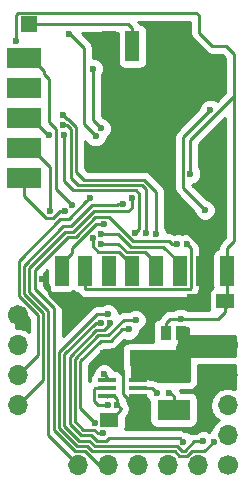
<source format=gbl>
G04 #@! TF.FileFunction,Copper,L2,Bot,Signal*
%FSLAX46Y46*%
G04 Gerber Fmt 4.6, Leading zero omitted, Abs format (unit mm)*
G04 Created by KiCad (PCBNEW 4.0.2-stable) date 01.06.2017 12:53:20*
%MOMM*%
G01*
G04 APERTURE LIST*
%ADD10C,0.100000*%
%ADD11R,1.200000X2.524000*%
%ADD12C,1.700000*%
%ADD13O,1.700000X1.700000*%
%ADD14R,3.000000X1.700000*%
%ADD15R,1.500000X1.250000*%
%ADD16R,1.350000X1.350000*%
%ADD17R,1.500000X0.400000*%
%ADD18R,2.794000X1.778000*%
%ADD19R,0.970000X1.270000*%
%ADD20C,0.600000*%
%ADD21C,0.250000*%
%ADD22C,0.254000*%
G04 APERTURE END LIST*
D10*
D11*
X188610000Y-107282000D03*
X186610000Y-107282000D03*
X184610000Y-107282000D03*
X182610000Y-107282000D03*
X180610000Y-107282000D03*
X178610000Y-107282000D03*
X176610000Y-107282000D03*
X174610000Y-107282000D03*
X180610000Y-88282000D03*
X182610000Y-88282000D03*
X178610000Y-88282000D03*
D12*
X170878500Y-111061500D03*
D13*
X170878500Y-113601500D03*
X170878500Y-116141500D03*
X170878500Y-118681500D03*
D14*
X171410500Y-99441000D03*
X171410500Y-94361000D03*
X171410500Y-89281000D03*
X171386500Y-96901000D03*
X171386500Y-91821000D03*
D12*
X188658500Y-113601500D03*
D13*
X188658500Y-116141500D03*
X188658500Y-118681500D03*
X188658500Y-121221500D03*
D12*
X188722000Y-123761500D03*
D13*
X186182000Y-123761500D03*
X183642000Y-123761500D03*
X181102000Y-123761500D03*
X178562000Y-123761500D03*
X176022000Y-123761500D03*
D15*
X188448000Y-109880400D03*
X185948000Y-109880400D03*
D16*
X171831000Y-86423500D03*
D15*
X178645500Y-119888000D03*
X181145500Y-119888000D03*
X181145500Y-114617500D03*
X178645500Y-114617500D03*
D17*
X181098500Y-116571000D03*
X181098500Y-117221000D03*
X181098500Y-117871000D03*
X178438500Y-117871000D03*
X178438500Y-117221000D03*
X178438500Y-116571000D03*
D18*
X184086500Y-115506500D03*
X184086500Y-119062500D03*
D19*
X184726500Y-112585500D03*
X183446500Y-112585500D03*
D20*
X185503500Y-99060000D03*
X170713400Y-87807800D03*
X179311211Y-118643793D03*
X184681349Y-111336643D03*
X182651400Y-117602000D03*
X172948600Y-108026200D03*
X175031400Y-111556800D03*
X184463620Y-103700969D03*
X182610000Y-88282000D03*
X187202444Y-93650444D03*
X186740800Y-102133400D03*
X177952400Y-95224600D03*
X177266600Y-90170000D03*
X177495200Y-95910400D03*
X175242000Y-87249000D03*
X178173279Y-103360831D03*
X185262592Y-105047466D03*
X175477635Y-101692255D03*
X177964335Y-104182336D03*
X174911941Y-102257948D03*
X177225415Y-104509118D03*
X173609000Y-102235000D03*
X177935643Y-104981834D03*
X174794569Y-95783400D03*
X180843167Y-104079582D03*
X173542780Y-95782303D03*
X181761665Y-104093553D03*
X174752000Y-94970600D03*
X174736032Y-94102935D03*
X182606384Y-104137402D03*
X186613800Y-121742200D03*
X177933614Y-111684448D03*
X187477400Y-121767600D03*
X178521116Y-110944877D03*
X184912000Y-121772168D03*
X178737651Y-111715027D03*
X184378600Y-105029000D03*
X178079916Y-121047472D03*
X180888280Y-111444384D03*
X177395488Y-120134999D03*
X180304297Y-112259829D03*
X180568582Y-101093042D03*
X181111980Y-114637258D03*
X178206400Y-116052600D03*
X183733480Y-117602000D03*
X178511200Y-118643400D03*
X179807225Y-101635380D03*
X177012600Y-101093042D03*
D21*
X189230000Y-88976200D02*
X189230000Y-92506800D01*
X189230000Y-92506800D02*
X189230000Y-94284800D01*
X185503500Y-99060000D02*
X185503500Y-96233300D01*
X185503500Y-96233300D02*
X189230000Y-92506800D01*
X189230000Y-95061738D02*
X189230000Y-94640400D01*
X189230000Y-94640400D02*
X189230000Y-94284800D01*
X189230000Y-94665800D02*
X189230000Y-94640400D01*
X185503500Y-99060000D02*
X185503500Y-98392300D01*
X189230000Y-94284800D02*
X189230000Y-97586800D01*
X184681349Y-111336643D02*
X187866757Y-111336643D01*
X187866757Y-111336643D02*
X188448000Y-110755400D01*
X188448000Y-110755400D02*
X188448000Y-109880400D01*
X170713400Y-87807800D02*
X170713400Y-85648800D01*
X188518800Y-88265000D02*
X189230000Y-88976200D01*
X170713400Y-85648800D02*
X170938701Y-85423499D01*
X170938701Y-85423499D02*
X186007499Y-85423499D01*
X186007499Y-85423499D02*
X186258200Y-85674200D01*
X186258200Y-85674200D02*
X186258200Y-87147400D01*
X186258200Y-87147400D02*
X187375800Y-88265000D01*
X187375800Y-88265000D02*
X188518800Y-88265000D01*
X189230000Y-97586800D02*
X189230000Y-98729800D01*
X189230000Y-98526600D02*
X189230000Y-98729800D01*
X189230000Y-98729800D02*
X189230000Y-104749600D01*
X179059600Y-117871000D02*
X179311211Y-118122611D01*
X179311211Y-118122611D02*
X179311211Y-118643793D01*
X178438500Y-117871000D02*
X179059600Y-117871000D01*
X179611210Y-118943792D02*
X179311211Y-118643793D01*
X179645500Y-118978082D02*
X179611210Y-118943792D01*
X179645500Y-119013000D02*
X179645500Y-118978082D01*
X178645500Y-119888000D02*
X178770500Y-119888000D01*
X178770500Y-119888000D02*
X179645500Y-119013000D01*
X189230000Y-104749600D02*
X188610000Y-105369600D01*
X188610000Y-105369600D02*
X188610000Y-107282000D01*
X185105613Y-111336643D02*
X184681349Y-111336643D01*
X188610000Y-107282000D02*
X188610000Y-110358604D01*
X178645500Y-119888000D02*
X178950591Y-119582909D01*
X178438500Y-117871000D02*
X178438500Y-117957761D01*
X183810357Y-111336643D02*
X184257085Y-111336643D01*
X183446500Y-111700500D02*
X183810357Y-111336643D01*
X183446500Y-112585500D02*
X183446500Y-111700500D01*
X184257085Y-111336643D02*
X184681349Y-111336643D01*
X183413400Y-112618600D02*
X183446500Y-112585500D01*
X181098500Y-117221000D02*
X182270400Y-117221000D01*
X182270400Y-117221000D02*
X182651400Y-117602000D01*
X173507400Y-108585000D02*
X172948600Y-108026200D01*
X173507400Y-109220000D02*
X173507400Y-108585000D01*
X173507400Y-109220000D02*
X175031400Y-110744000D01*
X175031400Y-110744000D02*
X175031400Y-111556800D01*
X185948000Y-109880400D02*
X186073000Y-109880400D01*
X178770500Y-114617500D02*
X178645500Y-114617500D01*
X179832000Y-115679000D02*
X178770500Y-114617500D01*
X179832000Y-117699500D02*
X179832000Y-115679000D01*
X181145500Y-119013000D02*
X179832000Y-117699500D01*
X181145500Y-119888000D02*
X181145500Y-119013000D01*
X184887884Y-103700969D02*
X184463620Y-103700969D01*
X186610000Y-107282000D02*
X186610000Y-105423085D01*
X186610000Y-105423085D02*
X184887884Y-103700969D01*
X181098500Y-117871000D02*
X181098500Y-119841000D01*
X181098500Y-119841000D02*
X181145500Y-119888000D01*
X178645500Y-114617500D02*
X178520500Y-114617500D01*
X186902445Y-93950443D02*
X187202444Y-93650444D01*
X184878498Y-95974390D02*
X186902445Y-93950443D01*
X184878498Y-100271098D02*
X184878498Y-95974390D01*
X186740800Y-102133400D02*
X184878498Y-100271098D01*
X177266600Y-90170000D02*
X177266600Y-94538800D01*
X177266600Y-94538800D02*
X177952400Y-95224600D01*
X176479200Y-94894400D02*
X177495200Y-95910400D01*
X175336200Y-87249000D02*
X176479200Y-88392000D01*
X176479200Y-88392000D02*
X176479200Y-94894400D01*
X175242000Y-87249000D02*
X175336200Y-87249000D01*
X175460000Y-105770000D02*
X175460000Y-105390621D01*
X174610000Y-106620000D02*
X175460000Y-105770000D01*
X175460000Y-105390621D02*
X177489790Y-103360831D01*
X177749015Y-103360831D02*
X178173279Y-103360831D01*
X174610000Y-107282000D02*
X174610000Y-106620000D01*
X177489790Y-103360831D02*
X177749015Y-103360831D01*
X185262592Y-105047466D02*
X185562591Y-105347465D01*
X185562591Y-105347465D02*
X185562591Y-108776411D01*
X185562591Y-108776411D02*
X185470001Y-108869001D01*
X185470001Y-108869001D02*
X176685001Y-108869001D01*
X176685001Y-108869001D02*
X176610000Y-108794000D01*
X176610000Y-108794000D02*
X176610000Y-107282000D01*
X180610000Y-88282000D02*
X180610000Y-86770000D01*
X180610000Y-86770000D02*
X180263500Y-86423500D01*
X180263500Y-86423500D02*
X172756000Y-86423500D01*
X172756000Y-86423500D02*
X171831000Y-86423500D01*
X184610000Y-106620000D02*
X183234988Y-105244988D01*
X183234988Y-105244988D02*
X180481198Y-105244988D01*
X184610000Y-107282000D02*
X184610000Y-106620000D01*
X179418546Y-104182336D02*
X178388599Y-104182336D01*
X178388599Y-104182336D02*
X177964335Y-104182336D01*
X180481198Y-105244988D02*
X179418546Y-104182336D01*
X172060500Y-89281000D02*
X173160500Y-90381000D01*
X173160500Y-90659997D02*
X173556329Y-91055826D01*
X173556329Y-94699931D02*
X174167800Y-95311402D01*
X175177636Y-101392256D02*
X175477635Y-101692255D01*
X174167800Y-100382420D02*
X175177636Y-101392256D01*
X173556329Y-91055826D02*
X173556329Y-94699931D01*
X173160500Y-90381000D02*
X173160500Y-90659997D01*
X171410500Y-89281000D02*
X172060500Y-89281000D01*
X174167800Y-95311402D02*
X174167800Y-100382420D01*
X177225415Y-104933382D02*
X177225415Y-104509118D01*
X177225415Y-105213030D02*
X177225415Y-104933382D01*
X177707384Y-105694999D02*
X177225415Y-105213030D01*
X179470002Y-105694999D02*
X177707384Y-105694999D01*
X180610000Y-106834997D02*
X179470002Y-105694999D01*
X180610000Y-107282000D02*
X180610000Y-106834997D01*
X174487677Y-102257948D02*
X174911941Y-102257948D01*
X173885623Y-102860002D02*
X174487677Y-102257948D01*
X173308998Y-102860002D02*
X173885623Y-102860002D01*
X171410500Y-100961504D02*
X173308998Y-102860002D01*
X171410500Y-99441000D02*
X171410500Y-100961504D01*
X182610000Y-107282000D02*
X182610000Y-106620000D01*
X179393247Y-104981834D02*
X177935643Y-104981834D01*
X182610000Y-106620000D02*
X181684999Y-105694999D01*
X181684999Y-105694999D02*
X180106412Y-105694999D01*
X180106412Y-105694999D02*
X179393247Y-104981834D01*
X173611785Y-101622615D02*
X173611785Y-102232215D01*
X173611785Y-102232215D02*
X173609000Y-102235000D01*
X173611785Y-98476285D02*
X173611785Y-101622615D01*
X172036500Y-96901000D02*
X173611785Y-98476285D01*
X171386500Y-96901000D02*
X172036500Y-96901000D01*
X174794569Y-95783400D02*
X174794569Y-99695000D01*
X174794569Y-99695000D02*
X174817178Y-99695000D01*
X174817178Y-99695000D02*
X175590200Y-100468022D01*
X175590200Y-100468022D02*
X180876886Y-100468022D01*
X180876886Y-100468022D02*
X181193602Y-100784738D01*
X181193602Y-100784738D02*
X181193602Y-103729147D01*
X181193602Y-103729147D02*
X180843167Y-104079582D01*
X173481803Y-95782303D02*
X173542780Y-95782303D01*
X172060500Y-94361000D02*
X173481803Y-95782303D01*
X171410500Y-94361000D02*
X172060500Y-94361000D01*
X181761665Y-100405465D02*
X181761665Y-103669289D01*
X175962600Y-100018011D02*
X181374211Y-100018011D01*
X175419589Y-99475000D02*
X175962600Y-100018011D01*
X175419589Y-95283999D02*
X175419589Y-99475000D01*
X181374211Y-100018011D02*
X181761665Y-100405465D01*
X175106190Y-94970600D02*
X175419589Y-95283999D01*
X181761665Y-103669289D02*
X181761665Y-104093553D01*
X174752000Y-94970600D02*
X175106190Y-94970600D01*
X182606384Y-100591195D02*
X181583189Y-99568000D01*
X175869600Y-98933000D02*
X175869600Y-95097600D01*
X182606384Y-104137402D02*
X182606384Y-100591195D01*
X175174934Y-94402934D02*
X175036031Y-94402934D01*
X175036031Y-94402934D02*
X174736032Y-94102935D01*
X181583189Y-99568000D02*
X176504600Y-99568000D01*
X175869600Y-95097600D02*
X175174934Y-94402934D01*
X176504600Y-99568000D02*
X175869600Y-98933000D01*
X186189536Y-121742200D02*
X186613800Y-121742200D01*
X185825888Y-121742200D02*
X186189536Y-121742200D01*
X185048486Y-122519602D02*
X185825888Y-121742200D01*
X184392401Y-122136488D02*
X184775514Y-122519602D01*
X184775514Y-122519602D02*
X185048486Y-122519602D01*
X177411119Y-122136488D02*
X184392401Y-122136488D01*
X176086580Y-121660023D02*
X176934656Y-121660024D01*
X174843055Y-120416498D02*
X176086580Y-121660023D01*
X176934656Y-121660024D02*
X177411119Y-122136488D01*
X174843055Y-114363362D02*
X174843055Y-120416498D01*
X177521969Y-111684448D02*
X174843055Y-114363362D01*
X177933614Y-111684448D02*
X177521969Y-111684448D01*
X186693305Y-122586499D02*
X186693305Y-122551695D01*
X186693305Y-122551695D02*
X187477400Y-121767600D01*
X185617999Y-122586499D02*
X186693305Y-122586499D01*
X177625129Y-110944877D02*
X174393044Y-114176962D01*
X176748255Y-122110034D02*
X177224719Y-122586499D01*
X177224719Y-122586499D02*
X184206001Y-122586499D01*
X175900180Y-122110034D02*
X176748255Y-122110034D01*
X184206001Y-122586499D02*
X184589115Y-122969613D01*
X184589115Y-122969613D02*
X185234885Y-122969613D01*
X185234885Y-122969613D02*
X185617999Y-122586499D01*
X174393044Y-120602898D02*
X175900180Y-122110034D01*
X174393044Y-114176962D02*
X174393044Y-120602898D01*
X178521116Y-110944877D02*
X177625129Y-110944877D01*
X184612001Y-121472169D02*
X184912000Y-121772168D01*
X177583515Y-121672473D02*
X178380564Y-121672473D01*
X177121054Y-121210012D02*
X177583515Y-121672473D01*
X176272980Y-121210012D02*
X177121054Y-121210012D01*
X175293066Y-120230098D02*
X176272980Y-121210012D01*
X175293066Y-114549762D02*
X175293066Y-120230098D01*
X178737651Y-111715027D02*
X178737651Y-111776590D01*
X178380564Y-121672473D02*
X178580868Y-121472169D01*
X177532961Y-112309867D02*
X175293066Y-114549762D01*
X178737651Y-111776590D02*
X178204374Y-112309867D01*
X178580868Y-121472169D02*
X184612001Y-121472169D01*
X178204374Y-112309867D02*
X177532961Y-112309867D01*
X183714242Y-104788906D02*
X180661527Y-104788906D01*
X175793788Y-104420424D02*
X175120002Y-104420424D01*
X173943033Y-110477799D02*
X173943033Y-120789298D01*
X176561855Y-122560045D02*
X177763310Y-123761500D01*
X177763310Y-123761500D02*
X178562000Y-123761500D01*
X173943033Y-120789298D02*
X175713780Y-122560045D01*
X183954336Y-105029000D02*
X183714242Y-104788906D01*
X175120002Y-104420424D02*
X172323598Y-107216828D01*
X172323598Y-107216828D02*
X172323598Y-108858364D01*
X184378600Y-105029000D02*
X183954336Y-105029000D01*
X177478400Y-102735811D02*
X175793788Y-104420424D01*
X180661527Y-104788906D02*
X178608432Y-102735811D01*
X175713780Y-122560045D02*
X176561855Y-122560045D01*
X172323598Y-108858364D02*
X173943033Y-110477799D01*
X178608432Y-102735811D02*
X177478400Y-102735811D01*
X177368181Y-120760001D02*
X177655652Y-121047472D01*
X177655652Y-121047472D02*
X178079916Y-121047472D01*
X175743077Y-114736161D02*
X175743077Y-120043698D01*
X177719360Y-112759878D02*
X175743077Y-114736161D01*
X179892205Y-111444384D02*
X178576711Y-112759878D01*
X178576711Y-112759878D02*
X177719360Y-112759878D01*
X180888280Y-111444384D02*
X179892205Y-111444384D01*
X175743077Y-120043698D02*
X176459380Y-120760001D01*
X176459380Y-120760001D02*
X177368181Y-120760001D01*
X177395488Y-120134999D02*
X176193088Y-118932599D01*
X179713170Y-112259829D02*
X180304297Y-112259829D01*
X176193088Y-118932599D02*
X176193088Y-114922561D01*
X176193088Y-114922561D02*
X177905760Y-113209889D01*
X177905760Y-113209889D02*
X178763112Y-113209887D01*
X178763112Y-113209887D02*
X179713170Y-112259829D01*
X180568582Y-101955618D02*
X180263800Y-102260400D01*
X180568582Y-101093042D02*
X180568582Y-101955618D01*
X175172001Y-122911501D02*
X176022000Y-123761500D01*
X171873587Y-109044763D02*
X173493022Y-110664198D01*
X174933602Y-103970413D02*
X171873587Y-107030428D01*
X175607388Y-103970413D02*
X174933602Y-103970413D01*
X173493022Y-110664198D02*
X173493022Y-121232522D01*
X173493022Y-121232522D02*
X175172001Y-122911501D01*
X180263800Y-102260400D02*
X177317400Y-102260400D01*
X171873587Y-107030428D02*
X171873587Y-109044763D01*
X177317400Y-102260400D02*
X175607388Y-103970413D01*
X178438500Y-116571000D02*
X178438500Y-116284700D01*
X178438500Y-116284700D02*
X178206400Y-116052600D01*
X181098500Y-114650738D02*
X181111980Y-114637258D01*
X181098500Y-116571000D02*
X181098500Y-114650738D01*
X184086500Y-117923500D02*
X183765000Y-117602000D01*
X183765000Y-117602000D02*
X183733480Y-117602000D01*
X184086500Y-119062500D02*
X184086500Y-117923500D01*
X177363499Y-118344536D02*
X177662363Y-118643400D01*
X177662363Y-118643400D02*
X178511200Y-118643400D01*
X177363499Y-117296001D02*
X177363499Y-118344536D01*
X178438500Y-117221000D02*
X177438500Y-117221000D01*
X177438500Y-117221000D02*
X177363499Y-117296001D01*
X171423576Y-109231164D02*
X171423576Y-106844028D01*
X170878500Y-118681500D02*
X173043011Y-116516989D01*
X179382961Y-101635380D02*
X179807225Y-101635380D01*
X177223346Y-101718044D02*
X179300297Y-101718044D01*
X175420988Y-103520402D02*
X177223346Y-101718044D01*
X171423576Y-106844028D02*
X174747202Y-103520402D01*
X173043011Y-110850599D02*
X171423576Y-109231164D01*
X179300297Y-101718044D02*
X179382961Y-101635380D01*
X173043011Y-116516989D02*
X173043011Y-110850599D01*
X174747202Y-103520402D02*
X175420988Y-103520402D01*
X170973565Y-109417563D02*
X170973565Y-106435255D01*
X172593000Y-114427000D02*
X172593000Y-111036998D01*
X170878500Y-116141500D02*
X172593000Y-114427000D01*
X172593000Y-111036998D02*
X170973565Y-109417563D01*
X170973565Y-106435255D02*
X174513420Y-102895400D01*
X175210242Y-102895400D02*
X176712601Y-101393041D01*
X176712601Y-101393041D02*
X177012600Y-101093042D01*
X174513420Y-102895400D02*
X175210242Y-102895400D01*
X174213421Y-103195399D02*
X174513420Y-102895400D01*
D22*
G36*
X189290000Y-117332339D02*
X189255878Y-117309539D01*
X188687593Y-117196500D01*
X188629407Y-117196500D01*
X188061122Y-117309539D01*
X187579353Y-117631446D01*
X187257446Y-118113215D01*
X187144407Y-118681500D01*
X187257446Y-119249785D01*
X187579353Y-119731554D01*
X187908526Y-119951500D01*
X187579353Y-120171446D01*
X187257446Y-120653215D01*
X187215489Y-120864148D01*
X187076078Y-120921751D01*
X186800599Y-120807362D01*
X186428633Y-120807038D01*
X186084857Y-120949083D01*
X186051682Y-120982200D01*
X185825888Y-120982200D01*
X185583302Y-121030454D01*
X185535048Y-121040052D01*
X185515402Y-121053179D01*
X185442327Y-120979976D01*
X185098799Y-120837330D01*
X185003451Y-120837247D01*
X184902840Y-120770021D01*
X184612001Y-120712169D01*
X180002607Y-120712169D01*
X180042940Y-120513000D01*
X180042940Y-119690362D01*
X180182901Y-119550401D01*
X180347648Y-119303839D01*
X180405500Y-119013000D01*
X180405500Y-118978082D01*
X180396453Y-118932599D01*
X180347648Y-118687242D01*
X180246306Y-118535573D01*
X180246373Y-118458626D01*
X180104328Y-118114850D01*
X180061042Y-118071488D01*
X180043003Y-117980803D01*
X180096610Y-118017431D01*
X180348500Y-118068440D01*
X181832457Y-118068440D01*
X181858283Y-118130943D01*
X182042060Y-118315041D01*
X182042060Y-119951500D01*
X182086338Y-120186817D01*
X182225410Y-120402941D01*
X182437610Y-120547931D01*
X182689500Y-120598940D01*
X185483500Y-120598940D01*
X185718817Y-120554662D01*
X185934941Y-120415590D01*
X186079931Y-120203390D01*
X186130940Y-119951500D01*
X186130940Y-118173500D01*
X186086662Y-117938183D01*
X185947590Y-117722059D01*
X185735390Y-117577069D01*
X185483500Y-117526060D01*
X184717420Y-117526060D01*
X184668610Y-117453012D01*
X184668642Y-117416833D01*
X184666438Y-117411500D01*
X185483500Y-117411500D01*
X185714295Y-117368073D01*
X185926267Y-117231673D01*
X186068471Y-117023551D01*
X186118500Y-116776500D01*
X186118500Y-116456931D01*
X186130940Y-116395500D01*
X186130940Y-115252500D01*
X189290000Y-115252500D01*
X189290000Y-117332339D01*
X189290000Y-117332339D01*
G37*
X189290000Y-117332339D02*
X189255878Y-117309539D01*
X188687593Y-117196500D01*
X188629407Y-117196500D01*
X188061122Y-117309539D01*
X187579353Y-117631446D01*
X187257446Y-118113215D01*
X187144407Y-118681500D01*
X187257446Y-119249785D01*
X187579353Y-119731554D01*
X187908526Y-119951500D01*
X187579353Y-120171446D01*
X187257446Y-120653215D01*
X187215489Y-120864148D01*
X187076078Y-120921751D01*
X186800599Y-120807362D01*
X186428633Y-120807038D01*
X186084857Y-120949083D01*
X186051682Y-120982200D01*
X185825888Y-120982200D01*
X185583302Y-121030454D01*
X185535048Y-121040052D01*
X185515402Y-121053179D01*
X185442327Y-120979976D01*
X185098799Y-120837330D01*
X185003451Y-120837247D01*
X184902840Y-120770021D01*
X184612001Y-120712169D01*
X180002607Y-120712169D01*
X180042940Y-120513000D01*
X180042940Y-119690362D01*
X180182901Y-119550401D01*
X180347648Y-119303839D01*
X180405500Y-119013000D01*
X180405500Y-118978082D01*
X180396453Y-118932599D01*
X180347648Y-118687242D01*
X180246306Y-118535573D01*
X180246373Y-118458626D01*
X180104328Y-118114850D01*
X180061042Y-118071488D01*
X180043003Y-117980803D01*
X180096610Y-118017431D01*
X180348500Y-118068440D01*
X181832457Y-118068440D01*
X181858283Y-118130943D01*
X182042060Y-118315041D01*
X182042060Y-119951500D01*
X182086338Y-120186817D01*
X182225410Y-120402941D01*
X182437610Y-120547931D01*
X182689500Y-120598940D01*
X185483500Y-120598940D01*
X185718817Y-120554662D01*
X185934941Y-120415590D01*
X186079931Y-120203390D01*
X186130940Y-119951500D01*
X186130940Y-118173500D01*
X186086662Y-117938183D01*
X185947590Y-117722059D01*
X185735390Y-117577069D01*
X185483500Y-117526060D01*
X184717420Y-117526060D01*
X184668610Y-117453012D01*
X184668642Y-117416833D01*
X184666438Y-117411500D01*
X185483500Y-117411500D01*
X185714295Y-117368073D01*
X185926267Y-117231673D01*
X186068471Y-117023551D01*
X186118500Y-116776500D01*
X186118500Y-116456931D01*
X186130940Y-116395500D01*
X186130940Y-115252500D01*
X189290000Y-115252500D01*
X189290000Y-117332339D01*
G36*
X185498200Y-87147400D02*
X185556052Y-87438239D01*
X185720799Y-87684801D01*
X186838399Y-88802401D01*
X187084961Y-88967148D01*
X187375800Y-89025000D01*
X188203998Y-89025000D01*
X188470000Y-89291002D01*
X188470000Y-92191998D01*
X187768228Y-92893770D01*
X187732771Y-92858252D01*
X187389243Y-92715606D01*
X187017277Y-92715282D01*
X186673501Y-92857327D01*
X186410252Y-93120117D01*
X186267606Y-93463645D01*
X186267565Y-93510521D01*
X184341097Y-95436989D01*
X184176350Y-95683551D01*
X184118498Y-95974390D01*
X184118498Y-100271098D01*
X184176350Y-100561937D01*
X184341097Y-100808499D01*
X185805678Y-102273080D01*
X185805638Y-102318567D01*
X185947683Y-102662343D01*
X186210473Y-102925592D01*
X186554001Y-103068238D01*
X186925967Y-103068562D01*
X187269743Y-102926517D01*
X187532992Y-102663727D01*
X187675638Y-102320199D01*
X187675962Y-101948233D01*
X187533917Y-101604457D01*
X187271127Y-101341208D01*
X186927599Y-101198562D01*
X186880723Y-101198521D01*
X185677354Y-99995152D01*
X185688667Y-99995162D01*
X186032443Y-99853117D01*
X186295692Y-99590327D01*
X186438338Y-99246799D01*
X186438662Y-98874833D01*
X186296617Y-98531057D01*
X186263500Y-98497882D01*
X186263500Y-96548102D01*
X188470000Y-94341602D01*
X188470000Y-104434798D01*
X188072599Y-104832199D01*
X187907852Y-105078761D01*
X187850000Y-105369600D01*
X187850000Y-105402666D01*
X187774683Y-105416838D01*
X187558559Y-105555910D01*
X187413569Y-105768110D01*
X187362560Y-106020000D01*
X187362560Y-108544000D01*
X187391540Y-108698017D01*
X187246559Y-108791310D01*
X187101569Y-109003510D01*
X187050560Y-109255400D01*
X187050560Y-110505400D01*
X187063965Y-110576643D01*
X185243812Y-110576643D01*
X185211676Y-110544451D01*
X184868148Y-110401805D01*
X184496182Y-110401481D01*
X184152406Y-110543526D01*
X184119231Y-110576643D01*
X183810357Y-110576643D01*
X183519518Y-110634495D01*
X183272956Y-110799241D01*
X182909099Y-111163099D01*
X182794596Y-111334465D01*
X182726183Y-111347338D01*
X182510059Y-111486410D01*
X182365069Y-111698610D01*
X182314060Y-111950500D01*
X182314060Y-113220500D01*
X182337957Y-113347500D01*
X181907549Y-113347500D01*
X181895500Y-113345060D01*
X180395500Y-113345060D01*
X180382533Y-113347500D01*
X180340000Y-113347500D01*
X180109205Y-113390927D01*
X179897233Y-113527327D01*
X179755029Y-113735449D01*
X179705000Y-113982500D01*
X179705000Y-116001006D01*
X179652590Y-115919559D01*
X179440390Y-115774569D01*
X179188500Y-115723560D01*
X179082115Y-115723560D01*
X178999517Y-115523657D01*
X178736727Y-115260408D01*
X178393199Y-115117762D01*
X178021233Y-115117438D01*
X177677457Y-115259483D01*
X177414208Y-115522273D01*
X177271562Y-115865801D01*
X177271546Y-115884719D01*
X177237059Y-115906910D01*
X177092069Y-116119110D01*
X177041060Y-116371000D01*
X177041060Y-116590080D01*
X176953088Y-116648861D01*
X176953088Y-115237363D01*
X178220563Y-113969888D01*
X178763114Y-113969887D01*
X178878818Y-113946871D01*
X179053951Y-113912035D01*
X179053952Y-113912034D01*
X179053953Y-113912034D01*
X179285704Y-113757183D01*
X179300513Y-113747288D01*
X179930700Y-113117101D01*
X180117498Y-113194667D01*
X180489464Y-113194991D01*
X180833240Y-113052946D01*
X181096489Y-112790156D01*
X181239135Y-112446628D01*
X181239253Y-112311036D01*
X181417223Y-112237501D01*
X181680472Y-111974711D01*
X181823118Y-111631183D01*
X181823442Y-111259217D01*
X181681397Y-110915441D01*
X181418607Y-110652192D01*
X181075079Y-110509546D01*
X180703113Y-110509222D01*
X180359337Y-110651267D01*
X180326162Y-110684384D01*
X179892205Y-110684384D01*
X179649619Y-110732638D01*
X179601365Y-110742236D01*
X179456209Y-110839226D01*
X179456278Y-110759710D01*
X179314233Y-110415934D01*
X179051443Y-110152685D01*
X178707915Y-110010039D01*
X178335949Y-110009715D01*
X177992173Y-110151760D01*
X177958998Y-110184877D01*
X177625129Y-110184877D01*
X177382543Y-110233131D01*
X177334289Y-110242729D01*
X177087728Y-110407476D01*
X174703033Y-112792171D01*
X174703033Y-110477799D01*
X174645181Y-110186960D01*
X174480434Y-109940398D01*
X173083598Y-108543562D01*
X173083598Y-107531630D01*
X173362560Y-107252668D01*
X173362560Y-108544000D01*
X173406838Y-108779317D01*
X173545910Y-108995441D01*
X173758110Y-109140431D01*
X174010000Y-109191440D01*
X175210000Y-109191440D01*
X175445317Y-109147162D01*
X175611477Y-109040241D01*
X175758110Y-109140431D01*
X175974242Y-109184199D01*
X176072599Y-109331401D01*
X176147600Y-109406402D01*
X176394161Y-109571149D01*
X176442415Y-109580747D01*
X176685001Y-109629001D01*
X185470001Y-109629001D01*
X185760840Y-109571149D01*
X186007402Y-109406402D01*
X186099992Y-109313812D01*
X186264739Y-109067250D01*
X186322591Y-108776411D01*
X186322591Y-105347465D01*
X186264739Y-105056626D01*
X186197672Y-104956253D01*
X186197754Y-104862299D01*
X186055709Y-104518523D01*
X185792919Y-104255274D01*
X185449391Y-104112628D01*
X185077425Y-104112304D01*
X184842678Y-104209299D01*
X184565399Y-104094162D01*
X184193433Y-104093838D01*
X184083598Y-104139221D01*
X184005081Y-104086758D01*
X183714242Y-104028906D01*
X183541479Y-104028906D01*
X183541546Y-103952235D01*
X183399501Y-103608459D01*
X183366384Y-103575284D01*
X183366384Y-100591195D01*
X183353479Y-100526317D01*
X183308532Y-100300355D01*
X183143785Y-100053794D01*
X182120590Y-99030599D01*
X181874028Y-98865852D01*
X181583189Y-98808000D01*
X176819402Y-98808000D01*
X176629600Y-98618198D01*
X176629600Y-96263920D01*
X176702083Y-96439343D01*
X176964873Y-96702592D01*
X177308401Y-96845238D01*
X177680367Y-96845562D01*
X178024143Y-96703517D01*
X178287392Y-96440727D01*
X178430038Y-96097199D01*
X178430089Y-96038895D01*
X178481343Y-96017717D01*
X178744592Y-95754927D01*
X178887238Y-95411399D01*
X178887562Y-95039433D01*
X178745517Y-94695657D01*
X178482727Y-94432408D01*
X178139199Y-94289762D01*
X178092323Y-94289721D01*
X178026600Y-94223998D01*
X178026600Y-90732463D01*
X178058792Y-90700327D01*
X178201438Y-90356799D01*
X178201762Y-89984833D01*
X178059717Y-89641057D01*
X177796927Y-89377808D01*
X177453399Y-89235162D01*
X177239200Y-89234975D01*
X177239200Y-88392000D01*
X177181348Y-88101161D01*
X177016601Y-87854599D01*
X176345502Y-87183500D01*
X179362560Y-87183500D01*
X179362560Y-89544000D01*
X179406838Y-89779317D01*
X179545910Y-89995441D01*
X179758110Y-90140431D01*
X180010000Y-90191440D01*
X181210000Y-90191440D01*
X181445317Y-90147162D01*
X181661441Y-90008090D01*
X181806431Y-89795890D01*
X181857440Y-89544000D01*
X181857440Y-87020000D01*
X181813162Y-86784683D01*
X181674090Y-86568559D01*
X181461890Y-86423569D01*
X181245758Y-86379801D01*
X181147401Y-86232599D01*
X181098301Y-86183499D01*
X185498200Y-86183499D01*
X185498200Y-87147400D01*
X185498200Y-87147400D01*
G37*
X185498200Y-87147400D02*
X185556052Y-87438239D01*
X185720799Y-87684801D01*
X186838399Y-88802401D01*
X187084961Y-88967148D01*
X187375800Y-89025000D01*
X188203998Y-89025000D01*
X188470000Y-89291002D01*
X188470000Y-92191998D01*
X187768228Y-92893770D01*
X187732771Y-92858252D01*
X187389243Y-92715606D01*
X187017277Y-92715282D01*
X186673501Y-92857327D01*
X186410252Y-93120117D01*
X186267606Y-93463645D01*
X186267565Y-93510521D01*
X184341097Y-95436989D01*
X184176350Y-95683551D01*
X184118498Y-95974390D01*
X184118498Y-100271098D01*
X184176350Y-100561937D01*
X184341097Y-100808499D01*
X185805678Y-102273080D01*
X185805638Y-102318567D01*
X185947683Y-102662343D01*
X186210473Y-102925592D01*
X186554001Y-103068238D01*
X186925967Y-103068562D01*
X187269743Y-102926517D01*
X187532992Y-102663727D01*
X187675638Y-102320199D01*
X187675962Y-101948233D01*
X187533917Y-101604457D01*
X187271127Y-101341208D01*
X186927599Y-101198562D01*
X186880723Y-101198521D01*
X185677354Y-99995152D01*
X185688667Y-99995162D01*
X186032443Y-99853117D01*
X186295692Y-99590327D01*
X186438338Y-99246799D01*
X186438662Y-98874833D01*
X186296617Y-98531057D01*
X186263500Y-98497882D01*
X186263500Y-96548102D01*
X188470000Y-94341602D01*
X188470000Y-104434798D01*
X188072599Y-104832199D01*
X187907852Y-105078761D01*
X187850000Y-105369600D01*
X187850000Y-105402666D01*
X187774683Y-105416838D01*
X187558559Y-105555910D01*
X187413569Y-105768110D01*
X187362560Y-106020000D01*
X187362560Y-108544000D01*
X187391540Y-108698017D01*
X187246559Y-108791310D01*
X187101569Y-109003510D01*
X187050560Y-109255400D01*
X187050560Y-110505400D01*
X187063965Y-110576643D01*
X185243812Y-110576643D01*
X185211676Y-110544451D01*
X184868148Y-110401805D01*
X184496182Y-110401481D01*
X184152406Y-110543526D01*
X184119231Y-110576643D01*
X183810357Y-110576643D01*
X183519518Y-110634495D01*
X183272956Y-110799241D01*
X182909099Y-111163099D01*
X182794596Y-111334465D01*
X182726183Y-111347338D01*
X182510059Y-111486410D01*
X182365069Y-111698610D01*
X182314060Y-111950500D01*
X182314060Y-113220500D01*
X182337957Y-113347500D01*
X181907549Y-113347500D01*
X181895500Y-113345060D01*
X180395500Y-113345060D01*
X180382533Y-113347500D01*
X180340000Y-113347500D01*
X180109205Y-113390927D01*
X179897233Y-113527327D01*
X179755029Y-113735449D01*
X179705000Y-113982500D01*
X179705000Y-116001006D01*
X179652590Y-115919559D01*
X179440390Y-115774569D01*
X179188500Y-115723560D01*
X179082115Y-115723560D01*
X178999517Y-115523657D01*
X178736727Y-115260408D01*
X178393199Y-115117762D01*
X178021233Y-115117438D01*
X177677457Y-115259483D01*
X177414208Y-115522273D01*
X177271562Y-115865801D01*
X177271546Y-115884719D01*
X177237059Y-115906910D01*
X177092069Y-116119110D01*
X177041060Y-116371000D01*
X177041060Y-116590080D01*
X176953088Y-116648861D01*
X176953088Y-115237363D01*
X178220563Y-113969888D01*
X178763114Y-113969887D01*
X178878818Y-113946871D01*
X179053951Y-113912035D01*
X179053952Y-113912034D01*
X179053953Y-113912034D01*
X179285704Y-113757183D01*
X179300513Y-113747288D01*
X179930700Y-113117101D01*
X180117498Y-113194667D01*
X180489464Y-113194991D01*
X180833240Y-113052946D01*
X181096489Y-112790156D01*
X181239135Y-112446628D01*
X181239253Y-112311036D01*
X181417223Y-112237501D01*
X181680472Y-111974711D01*
X181823118Y-111631183D01*
X181823442Y-111259217D01*
X181681397Y-110915441D01*
X181418607Y-110652192D01*
X181075079Y-110509546D01*
X180703113Y-110509222D01*
X180359337Y-110651267D01*
X180326162Y-110684384D01*
X179892205Y-110684384D01*
X179649619Y-110732638D01*
X179601365Y-110742236D01*
X179456209Y-110839226D01*
X179456278Y-110759710D01*
X179314233Y-110415934D01*
X179051443Y-110152685D01*
X178707915Y-110010039D01*
X178335949Y-110009715D01*
X177992173Y-110151760D01*
X177958998Y-110184877D01*
X177625129Y-110184877D01*
X177382543Y-110233131D01*
X177334289Y-110242729D01*
X177087728Y-110407476D01*
X174703033Y-112792171D01*
X174703033Y-110477799D01*
X174645181Y-110186960D01*
X174480434Y-109940398D01*
X173083598Y-108543562D01*
X173083598Y-107531630D01*
X173362560Y-107252668D01*
X173362560Y-108544000D01*
X173406838Y-108779317D01*
X173545910Y-108995441D01*
X173758110Y-109140431D01*
X174010000Y-109191440D01*
X175210000Y-109191440D01*
X175445317Y-109147162D01*
X175611477Y-109040241D01*
X175758110Y-109140431D01*
X175974242Y-109184199D01*
X176072599Y-109331401D01*
X176147600Y-109406402D01*
X176394161Y-109571149D01*
X176442415Y-109580747D01*
X176685001Y-109629001D01*
X185470001Y-109629001D01*
X185760840Y-109571149D01*
X186007402Y-109406402D01*
X186099992Y-109313812D01*
X186264739Y-109067250D01*
X186322591Y-108776411D01*
X186322591Y-105347465D01*
X186264739Y-105056626D01*
X186197672Y-104956253D01*
X186197754Y-104862299D01*
X186055709Y-104518523D01*
X185792919Y-104255274D01*
X185449391Y-104112628D01*
X185077425Y-104112304D01*
X184842678Y-104209299D01*
X184565399Y-104094162D01*
X184193433Y-104093838D01*
X184083598Y-104139221D01*
X184005081Y-104086758D01*
X183714242Y-104028906D01*
X183541479Y-104028906D01*
X183541546Y-103952235D01*
X183399501Y-103608459D01*
X183366384Y-103575284D01*
X183366384Y-100591195D01*
X183353479Y-100526317D01*
X183308532Y-100300355D01*
X183143785Y-100053794D01*
X182120590Y-99030599D01*
X181874028Y-98865852D01*
X181583189Y-98808000D01*
X176819402Y-98808000D01*
X176629600Y-98618198D01*
X176629600Y-96263920D01*
X176702083Y-96439343D01*
X176964873Y-96702592D01*
X177308401Y-96845238D01*
X177680367Y-96845562D01*
X178024143Y-96703517D01*
X178287392Y-96440727D01*
X178430038Y-96097199D01*
X178430089Y-96038895D01*
X178481343Y-96017717D01*
X178744592Y-95754927D01*
X178887238Y-95411399D01*
X178887562Y-95039433D01*
X178745517Y-94695657D01*
X178482727Y-94432408D01*
X178139199Y-94289762D01*
X178092323Y-94289721D01*
X178026600Y-94223998D01*
X178026600Y-90732463D01*
X178058792Y-90700327D01*
X178201438Y-90356799D01*
X178201762Y-89984833D01*
X178059717Y-89641057D01*
X177796927Y-89377808D01*
X177453399Y-89235162D01*
X177239200Y-89234975D01*
X177239200Y-88392000D01*
X177181348Y-88101161D01*
X177016601Y-87854599D01*
X176345502Y-87183500D01*
X179362560Y-87183500D01*
X179362560Y-89544000D01*
X179406838Y-89779317D01*
X179545910Y-89995441D01*
X179758110Y-90140431D01*
X180010000Y-90191440D01*
X181210000Y-90191440D01*
X181445317Y-90147162D01*
X181661441Y-90008090D01*
X181806431Y-89795890D01*
X181857440Y-89544000D01*
X181857440Y-87020000D01*
X181813162Y-86784683D01*
X181674090Y-86568559D01*
X181461890Y-86423569D01*
X181245758Y-86379801D01*
X181147401Y-86232599D01*
X181098301Y-86183499D01*
X185498200Y-86183499D01*
X185498200Y-87147400D01*
G36*
X171833000Y-111351800D02*
X171833000Y-112468160D01*
X171475878Y-112229539D01*
X170907593Y-112116500D01*
X170849407Y-112116500D01*
X170710000Y-112144230D01*
X170710000Y-110228800D01*
X171833000Y-111351800D01*
X171833000Y-111351800D01*
G37*
X171833000Y-111351800D02*
X171833000Y-112468160D01*
X171475878Y-112229539D01*
X170907593Y-112116500D01*
X170849407Y-112116500D01*
X170710000Y-112144230D01*
X170710000Y-110228800D01*
X171833000Y-111351800D01*
G36*
X185293000Y-112649000D02*
X185303006Y-112698410D01*
X185331447Y-112740035D01*
X185373841Y-112767315D01*
X185420000Y-112776000D01*
X189290000Y-112776000D01*
X189290000Y-114490500D01*
X185483500Y-114490500D01*
X185434090Y-114500506D01*
X185392465Y-114528947D01*
X185365185Y-114571341D01*
X185356500Y-114617500D01*
X185356500Y-116649500D01*
X182756768Y-116649500D01*
X182561239Y-116518852D01*
X182270400Y-116461000D01*
X182153709Y-116461000D01*
X182100390Y-116424569D01*
X181848500Y-116373560D01*
X180592000Y-116373560D01*
X180592000Y-115679000D01*
X180534148Y-115388161D01*
X180467000Y-115287667D01*
X180467000Y-114109500D01*
X184213500Y-114109500D01*
X184262910Y-114099494D01*
X184304535Y-114071053D01*
X184331815Y-114028659D01*
X184340500Y-113982500D01*
X184340500Y-113711900D01*
X184382941Y-113684590D01*
X184527931Y-113472390D01*
X184578940Y-113220500D01*
X184578940Y-112271555D01*
X184866516Y-112271805D01*
X185210292Y-112129760D01*
X185243467Y-112096643D01*
X185293000Y-112096643D01*
X185293000Y-112649000D01*
X185293000Y-112649000D01*
G37*
X185293000Y-112649000D02*
X185303006Y-112698410D01*
X185331447Y-112740035D01*
X185373841Y-112767315D01*
X185420000Y-112776000D01*
X189290000Y-112776000D01*
X189290000Y-114490500D01*
X185483500Y-114490500D01*
X185434090Y-114500506D01*
X185392465Y-114528947D01*
X185365185Y-114571341D01*
X185356500Y-114617500D01*
X185356500Y-116649500D01*
X182756768Y-116649500D01*
X182561239Y-116518852D01*
X182270400Y-116461000D01*
X182153709Y-116461000D01*
X182100390Y-116424569D01*
X181848500Y-116373560D01*
X180592000Y-116373560D01*
X180592000Y-115679000D01*
X180534148Y-115388161D01*
X180467000Y-115287667D01*
X180467000Y-114109500D01*
X184213500Y-114109500D01*
X184262910Y-114099494D01*
X184304535Y-114071053D01*
X184331815Y-114028659D01*
X184340500Y-113982500D01*
X184340500Y-113711900D01*
X184382941Y-113684590D01*
X184527931Y-113472390D01*
X184578940Y-113220500D01*
X184578940Y-112271555D01*
X184866516Y-112271805D01*
X185210292Y-112129760D01*
X185243467Y-112096643D01*
X185293000Y-112096643D01*
X185293000Y-112649000D01*
M02*

</source>
